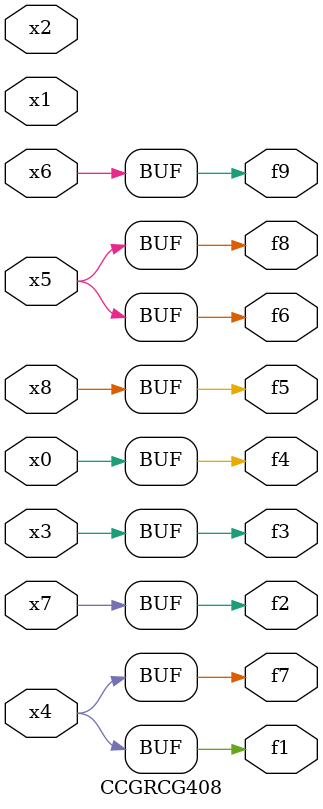
<source format=v>
module CCGRCG408(
	input x0, x1, x2, x3, x4, x5, x6, x7, x8,
	output f1, f2, f3, f4, f5, f6, f7, f8, f9
);
	assign f1 = x4;
	assign f2 = x7;
	assign f3 = x3;
	assign f4 = x0;
	assign f5 = x8;
	assign f6 = x5;
	assign f7 = x4;
	assign f8 = x5;
	assign f9 = x6;
endmodule

</source>
